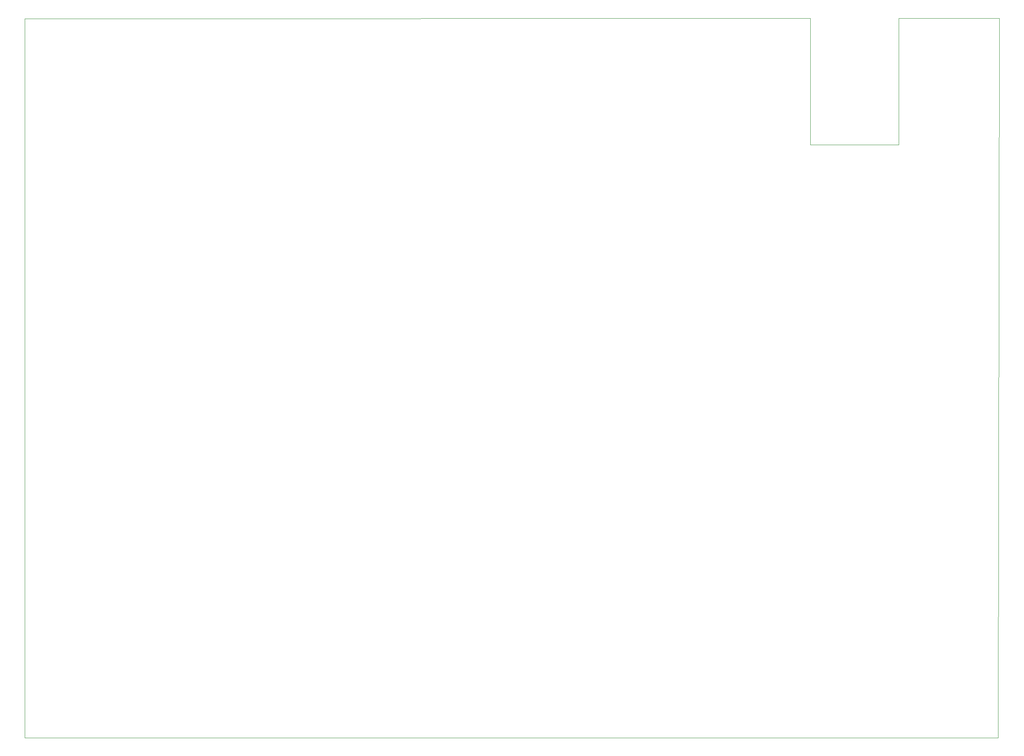
<source format=gm1>
G04 #@! TF.FileFunction,Profile,NP*
%FSLAX46Y46*%
G04 Gerber Fmt 4.6, Leading zero omitted, Abs format (unit mm)*
G04 Created by KiCad (PCBNEW (2016-05-27 BZR 6836, Git 4441a4b)-product) date 09/15/16 15:21:32*
%MOMM*%
%LPD*%
G01*
G04 APERTURE LIST*
%ADD10C,0.150000*%
%ADD11C,0.100000*%
G04 APERTURE END LIST*
D10*
D11*
X258000500Y-73152000D02*
X276500000Y-73152000D01*
X257987800Y-46736000D02*
X94000000Y-46800000D01*
X276500000Y-46750000D02*
X297500000Y-46750000D01*
X258000000Y-73152000D02*
X258000000Y-46750000D01*
X276500000Y-73152000D02*
X276500000Y-46750000D01*
X297250000Y-197000000D02*
X297500000Y-46750000D01*
X94000000Y-197000000D02*
X297250000Y-197000000D01*
X94000000Y-46800000D02*
X94000000Y-197000000D01*
M02*

</source>
